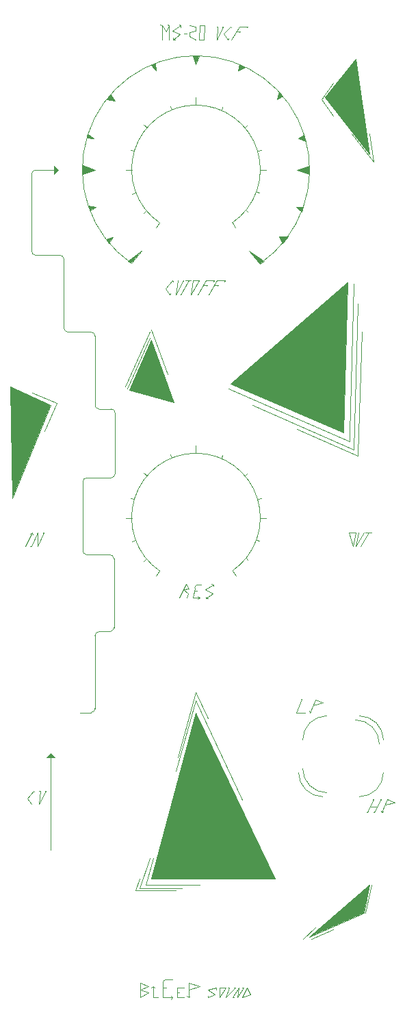
<source format=gto>
G04 #@! TF.GenerationSoftware,KiCad,Pcbnew,(6.0.6)*
G04 #@! TF.CreationDate,2022-11-23T19:00:30+00:00*
G04 #@! TF.ProjectId,MS20-VCF,4d533230-2d56-4434-962e-6b696361645f,rev?*
G04 #@! TF.SameCoordinates,Original*
G04 #@! TF.FileFunction,Legend,Top*
G04 #@! TF.FilePolarity,Positive*
%FSLAX46Y46*%
G04 Gerber Fmt 4.6, Leading zero omitted, Abs format (unit mm)*
G04 Created by KiCad (PCBNEW (6.0.6)) date 2022-11-23 19:00:30*
%MOMM*%
%LPD*%
G01*
G04 APERTURE LIST*
%ADD10C,0.120000*%
%ADD11C,0.100000*%
%ADD12O,6.700000X4.200000*%
G04 APERTURE END LIST*
D10*
X122100000Y-149300000D02*
X121100000Y-148900000D01*
X126900000Y-150500000D02*
X127100000Y-150700000D01*
X131700000Y-149500000D02*
X130900000Y-149500000D01*
X134300000Y-149500000D02*
X134700000Y-150300000D01*
X150700000Y-119400000D02*
G75*
G03*
X147700000Y-116400000I-3000000J0D01*
G01*
X141200000Y-122400000D02*
G75*
G03*
X144200000Y-125400000I3000000J0D01*
G01*
X148200000Y-125900000D02*
G75*
G03*
X151200000Y-122900000I0J3000000D01*
G01*
X140700000Y-122900000D02*
G75*
G03*
X143700000Y-125900000I3000000J0D01*
G01*
X144200000Y-115900000D02*
G75*
G03*
X141200000Y-118900000I0J-3000000D01*
G01*
X151200000Y-118900000D02*
G75*
G03*
X148200000Y-115900000I-3000000J0D01*
G01*
X107700000Y-93300000D02*
X107500000Y-93400000D01*
X115499999Y-77500001D02*
G75*
G03*
X115999999Y-78000001I500001J1D01*
G01*
X114830000Y-53330000D02*
X115580000Y-53050000D01*
X131350000Y-30750000D02*
X130550000Y-32350000D01*
X149550000Y-127100000D02*
X150400000Y-127100000D01*
G36*
X125250000Y-77197320D02*
G01*
X119750000Y-75697320D01*
X122500000Y-69447320D01*
X125250000Y-77197320D01*
G37*
X125250000Y-77197320D02*
X119750000Y-75697320D01*
X122500000Y-69447320D01*
X125250000Y-77197320D01*
X127200000Y-31450000D02*
X127200000Y-31950000D01*
X129250000Y-101400000D02*
X129250000Y-101200000D01*
X110750000Y-77250000D02*
X109250000Y-80750000D01*
X151700000Y-126200000D02*
X152600000Y-126600000D01*
X130150000Y-99700000D02*
X129150000Y-100300000D01*
X149200000Y-127800000D02*
X149100000Y-127800000D01*
X127100000Y-150700000D02*
X127100000Y-150500000D01*
X128450000Y-101300000D02*
X128250000Y-101500000D01*
X131950000Y-32400000D02*
X132050000Y-32250000D01*
X128500000Y-149300000D02*
X127100000Y-149700000D01*
X132500000Y-98000000D02*
X132950000Y-98610000D01*
G36*
X149500000Y-46500000D02*
G01*
X144000000Y-39500000D01*
X147750000Y-34750000D01*
X149500000Y-46500000D01*
G37*
X149500000Y-46500000D02*
X144000000Y-39500000D01*
X147750000Y-34750000D01*
X149500000Y-46500000D01*
X148100000Y-93300000D02*
X147800000Y-95000000D01*
X127625000Y-62150000D02*
X128425000Y-62150000D01*
X126100000Y-30650000D02*
X126100000Y-30850000D01*
X123800000Y-30650000D02*
X123800000Y-32350000D01*
X117500000Y-86500000D02*
X114500000Y-86500000D01*
X135889781Y-60075425D02*
G75*
G03*
X120000000Y-60000000I-7889782J11647508D01*
G01*
X111153553Y-59000000D02*
X108153553Y-59000000D01*
X132500000Y-55000000D02*
G75*
G03*
X123500000Y-55000000I-4500000J6572083D01*
G01*
X125200000Y-32350000D02*
X125400000Y-32350000D01*
X122500000Y-68197320D02*
X124500000Y-73697320D01*
X141450000Y-44350000D02*
X140670000Y-44590000D01*
X110453553Y-48500000D02*
X108153553Y-48500000D01*
X135800000Y-51300000D02*
X135490000Y-51190000D01*
X129150000Y-100300000D02*
X130050000Y-100800000D01*
X124725000Y-63850000D02*
X124825000Y-63750000D01*
X146900000Y-93300000D02*
X147800000Y-93300000D01*
X122720000Y-35400000D02*
X123030000Y-36160000D01*
X133300000Y-149500000D02*
X132500000Y-150700000D01*
X124300000Y-148500000D02*
X125100000Y-148500000D01*
G36*
X141600000Y-44900000D02*
G01*
X140670000Y-44590000D01*
X141350000Y-44150000D01*
X141600000Y-44900000D01*
G37*
X141600000Y-44900000D02*
X140670000Y-44590000D01*
X141350000Y-44150000D01*
X141600000Y-44900000D01*
X112153553Y-68500000D02*
X115000000Y-68500000D01*
X124225000Y-63100000D02*
X124725000Y-63850000D01*
X117100000Y-57300000D02*
X117720000Y-56800000D01*
X117346446Y-105500001D02*
X116000000Y-105500001D01*
X133900000Y-149500000D02*
X133700000Y-149500000D01*
X127200000Y-31950000D02*
X128000000Y-32350000D01*
X125200000Y-32350000D02*
X125200000Y-32150000D01*
X107900000Y-125200000D02*
X107100000Y-126100000D01*
X141200000Y-53300000D02*
X140430000Y-53020000D01*
X117500000Y-86500000D02*
G75*
G03*
X118000000Y-86000000I0J500000D01*
G01*
X150000000Y-126200000D02*
X149900000Y-126200000D01*
X127050000Y-100800000D02*
X126850000Y-101300000D01*
X129325000Y-62800000D02*
X129425000Y-62700000D01*
X133100000Y-150700000D02*
X133900000Y-149500000D01*
X122700000Y-150700000D02*
X123300000Y-150700000D01*
X129225000Y-62150000D02*
X128225000Y-63850000D01*
X128000000Y-34400000D02*
X128000000Y-35400000D01*
X114570000Y-44340000D02*
X115340000Y-44580000D01*
X128450000Y-101300000D02*
X128250000Y-101100000D01*
X147400000Y-95000000D02*
X146900000Y-93300000D01*
X115999999Y-78000001D02*
X117500000Y-78000001D01*
X148000000Y-65000000D02*
X147500000Y-83000000D01*
X124700000Y-30650000D02*
X124500000Y-30550000D01*
X121750000Y-136750000D02*
X128500000Y-136750000D01*
X141100000Y-113800000D02*
X140400000Y-115500000D01*
X125700000Y-149500000D02*
X126500000Y-149500000D01*
X127200000Y-30650000D02*
X128000000Y-30750000D01*
X147500000Y-83000000D02*
X135000000Y-77500000D01*
X134300000Y-149500000D02*
X133700000Y-150700000D01*
X118000000Y-86000000D02*
X118000000Y-78500001D01*
X119900000Y-89000000D02*
X120360000Y-89140000D01*
X107600000Y-95000000D02*
X107500000Y-95000000D01*
X125500000Y-122750000D02*
X128000000Y-114000000D01*
X125775000Y-62150000D02*
X125475000Y-63850000D01*
X127375000Y-63850000D02*
X127625000Y-62150000D01*
X130050000Y-100800000D02*
X129250000Y-101400000D01*
X115000000Y-115500000D02*
G75*
G03*
X115500000Y-115000000I0J500000D01*
G01*
X148000000Y-83500000D02*
X147990000Y-83770000D01*
X120500000Y-137500000D02*
X121000000Y-136000000D01*
X127150000Y-100200000D02*
X126450000Y-100300000D01*
X107600000Y-126800000D02*
X107700000Y-126700000D01*
X108700000Y-125200000D02*
X108600000Y-126800000D01*
X130150000Y-99700000D02*
X130150000Y-99900000D01*
X122700000Y-149300000D02*
X122700000Y-150700000D01*
X149000000Y-93300000D02*
X149700000Y-93300000D01*
G36*
X137750000Y-136000000D02*
G01*
X122500000Y-136000000D01*
X128000000Y-115500000D01*
X137750000Y-136000000D01*
G37*
X137750000Y-136000000D02*
X122500000Y-136000000D01*
X128000000Y-115500000D01*
X137750000Y-136000000D01*
X114000000Y-87000000D02*
X114000000Y-95500000D01*
X121000000Y-137250000D02*
X122250000Y-133500000D01*
X138960000Y-57240000D02*
X138310000Y-56730000D01*
X124700000Y-30650000D02*
X124300000Y-31350000D01*
X142750000Y-142000000D02*
X141250000Y-143500000D01*
X120100000Y-51400000D02*
X120540000Y-51240000D01*
X123900000Y-148900000D02*
X123900000Y-150700000D01*
X134390000Y-42900000D02*
X134040000Y-43220000D01*
X126750000Y-99600000D02*
X127150000Y-100200000D01*
X129225000Y-62150000D02*
X130275000Y-62150000D01*
X131700000Y-150700000D02*
X132900000Y-149500000D01*
X129500000Y-149700000D02*
X130300000Y-150300000D01*
X142250000Y-143500000D02*
X145000000Y-142250000D01*
X124300000Y-31350000D02*
X123800000Y-30650000D01*
X110000000Y-132500000D02*
X110000000Y-121000000D01*
X134430000Y-96640000D02*
X134190000Y-96440000D01*
X115499999Y-77500001D02*
X115499999Y-69000001D01*
X122750000Y-133500000D02*
X121750000Y-136750000D01*
X117846446Y-105000001D02*
X117846446Y-96500001D01*
X128000000Y-83461611D02*
X128000000Y-82500000D01*
X132500000Y-150700000D02*
X132700000Y-150700000D01*
X115500000Y-69000000D02*
G75*
G03*
X115000000Y-68500000I-500000J0D01*
G01*
X124700000Y-30650000D02*
X124700000Y-32350000D01*
X132900000Y-149500000D02*
X132700000Y-149500000D01*
X108400000Y-95000000D02*
X109200000Y-93300000D01*
G36*
X115340000Y-44580000D02*
G01*
X114500000Y-44500000D01*
X114650000Y-44050000D01*
X115340000Y-44580000D01*
G37*
X115340000Y-44580000D02*
X114500000Y-44500000D01*
X114650000Y-44050000D01*
X115340000Y-44580000D01*
X127100000Y-150700000D02*
X127300000Y-150500000D01*
G36*
X138750000Y-57500000D02*
G01*
X138310000Y-56730000D01*
X139350000Y-56700000D01*
X138750000Y-57500000D01*
G37*
X138750000Y-57500000D02*
X138310000Y-56730000D01*
X139350000Y-56700000D01*
X138750000Y-57500000D01*
X126750000Y-99600000D02*
X125950000Y-101300000D01*
X150000000Y-126200000D02*
X149200000Y-127800000D01*
X123500000Y-55000000D02*
X123040000Y-55590000D01*
X120100000Y-94400000D02*
X120540000Y-94240000D01*
X115500000Y-106000001D02*
X115500000Y-115000000D01*
X134430000Y-53640000D02*
X134190000Y-53440000D01*
X149500000Y-44000000D02*
X150000000Y-47500000D01*
X125500000Y-137500000D02*
X120500000Y-137500000D01*
X151000000Y-127800000D02*
X150900000Y-127600000D01*
X125075000Y-62150000D02*
X125175000Y-62250000D01*
X122250000Y-68447320D02*
X119250000Y-75197320D01*
X133375000Y-31450000D02*
X133475000Y-31350000D01*
X121500000Y-96800000D02*
X121850000Y-96510000D01*
X119290000Y-48500000D02*
X120061612Y-48500000D01*
X131300000Y-40700000D02*
X131140000Y-41080000D01*
X108400000Y-93300000D02*
X108400000Y-95000000D01*
X119900000Y-46000000D02*
X120360000Y-46140000D01*
X114000000Y-95500000D02*
G75*
G03*
X114500000Y-96000000I500000J0D01*
G01*
G36*
X142050000Y-49000000D02*
G01*
X140500000Y-48500000D01*
X142050000Y-47950000D01*
X142050000Y-49000000D01*
G37*
X142050000Y-49000000D02*
X140500000Y-48500000D01*
X142050000Y-47950000D01*
X142050000Y-49000000D01*
X136100000Y-46000000D02*
X135640000Y-46140000D01*
X150000000Y-47500000D02*
X147250000Y-44000000D01*
X130650000Y-30750000D02*
X130550000Y-30750000D01*
X117999999Y-78500001D02*
G75*
G03*
X117500000Y-78000001I-499999J1D01*
G01*
X122700000Y-149300000D02*
X122900000Y-149500000D01*
X121100000Y-148900000D02*
X121100000Y-150700000D01*
X121100000Y-150700000D02*
X122100000Y-150100000D01*
X131450000Y-31650000D02*
X131950000Y-32400000D01*
X107653600Y-58500000D02*
G75*
G03*
X108153553Y-59000000I500000J0D01*
G01*
X107700000Y-93300000D02*
X107800000Y-93500000D01*
G36*
X123030000Y-36160000D02*
G01*
X122500000Y-35500000D01*
X122950000Y-35300000D01*
X123030000Y-36160000D01*
G37*
X123030000Y-36160000D02*
X122500000Y-35500000D01*
X122950000Y-35300000D01*
X123030000Y-36160000D01*
X111653600Y-59500000D02*
G75*
G03*
X111153553Y-59000000I-500000J0D01*
G01*
G36*
X138700000Y-39300000D02*
G01*
X138000000Y-39730000D01*
X138250000Y-38850000D01*
X138700000Y-39300000D01*
G37*
X138700000Y-39300000D02*
X138000000Y-39730000D01*
X138250000Y-38850000D01*
X138700000Y-39300000D01*
X108153553Y-48499953D02*
G75*
G03*
X107653553Y-49000000I47J-500047D01*
G01*
X133350000Y-30750000D02*
X134400000Y-30750000D01*
X147800000Y-95000000D02*
X148800000Y-93300000D01*
X131350000Y-30750000D02*
X131250000Y-30750000D01*
X130650000Y-30750000D02*
X130550000Y-32350000D01*
X150900000Y-126200000D02*
X150800000Y-126200000D01*
X119290000Y-91500000D02*
X120061612Y-91500000D01*
X148500000Y-68500000D02*
X148000000Y-83500000D01*
X124300000Y-148500000D02*
G75*
G03*
X123900000Y-148900000I0J-400000D01*
G01*
X125750000Y-121000000D02*
X128000000Y-113000000D01*
G36*
X117980000Y-39890000D02*
G01*
X116950000Y-39750000D01*
X117450000Y-39150000D01*
X117980000Y-39890000D01*
G37*
X117980000Y-39890000D02*
X116950000Y-39750000D01*
X117450000Y-39150000D01*
X117980000Y-39890000D01*
X125700000Y-150700000D02*
X126500000Y-150700000D01*
X127650000Y-101300000D02*
X128350000Y-101300000D01*
X142100000Y-115500000D02*
X142000000Y-115300000D01*
X129500000Y-150700000D02*
X129500000Y-150500000D01*
X147000000Y-82000000D02*
X132000000Y-75500000D01*
X114500000Y-96000000D02*
X117346447Y-96000000D01*
X142050000Y-48500000D02*
X140500000Y-48500000D01*
X130262500Y-62700000D02*
X130787500Y-62700000D01*
X132100000Y-149500000D02*
X131900000Y-149500000D01*
X130687500Y-62800000D02*
X130787500Y-62700000D01*
X134300000Y-30850000D02*
X134400000Y-30750000D01*
X125700000Y-149500000D02*
X125700000Y-150700000D01*
X123500000Y-98000000D02*
X123040000Y-98590000D01*
X133050000Y-31350000D02*
X133475000Y-31350000D01*
X123900000Y-150700000D02*
X125100000Y-150700000D01*
X150100000Y-127800000D02*
X150000000Y-127800000D01*
X152600000Y-126600000D02*
X151400000Y-126900000D01*
X126250000Y-137250000D02*
X121000000Y-137250000D01*
X130300000Y-150300000D02*
X129500000Y-150700000D01*
X107900000Y-125200000D02*
X108000000Y-125300000D01*
X143700000Y-114300000D02*
X142500000Y-114600000D01*
X122700000Y-149300000D02*
X122500000Y-149500000D01*
X138600000Y-39190000D02*
X138000000Y-39730000D01*
X107100000Y-126100000D02*
X107600000Y-126800000D01*
G36*
X134050000Y-35750000D02*
G01*
X133190000Y-36240000D01*
X133350000Y-35450000D01*
X134050000Y-35750000D01*
G37*
X134050000Y-35750000D02*
X133190000Y-36240000D01*
X133350000Y-35450000D01*
X134050000Y-35750000D01*
X141100000Y-113800000D02*
X141000000Y-113800000D01*
X131300000Y-83700000D02*
X131140000Y-84080000D01*
X117346446Y-105500046D02*
G75*
G03*
X117846446Y-105000001I-46J500046D01*
G01*
X127100000Y-148900000D02*
X127100000Y-150700000D01*
X132500000Y-55000000D02*
X132910000Y-55600000D01*
X125075000Y-62150000D02*
X124225000Y-63100000D01*
X133500000Y-35500000D02*
X133190000Y-36240000D01*
X125475000Y-63850000D02*
X126475000Y-62150000D01*
G36*
X136400000Y-59700000D02*
G01*
X135889781Y-60075425D01*
X134600000Y-58500000D01*
X136400000Y-59700000D01*
G37*
X136400000Y-59700000D02*
X135889781Y-60075425D01*
X134600000Y-58500000D01*
X136400000Y-59700000D01*
X132500000Y-98000000D02*
G75*
G03*
X123500000Y-98000000I-4500000J6572083D01*
G01*
X129100000Y-30650000D02*
X129000000Y-32350000D01*
X140500000Y-80500000D02*
X147990000Y-83770000D01*
X125700000Y-150100000D02*
X125900000Y-150100000D01*
X130900000Y-149500000D02*
X130900000Y-150700000D01*
X114500000Y-86500000D02*
G75*
G03*
X114000000Y-87000000I0J-500000D01*
G01*
X126000000Y-31750000D02*
X125200000Y-32350000D01*
X117846400Y-96500000D02*
G75*
G03*
X117346447Y-96000000I-500000J0D01*
G01*
X130150000Y-99700000D02*
X129950000Y-99600000D01*
X109400000Y-125200000D02*
X109300000Y-125200000D01*
G36*
X148750000Y-140250000D02*
G01*
X142000000Y-143250000D01*
X149500000Y-136750000D01*
X148750000Y-140250000D01*
G37*
X148750000Y-140250000D02*
X142000000Y-143250000D01*
X149500000Y-136750000D01*
X148750000Y-140250000D01*
X134600000Y-58500000D02*
X135889781Y-60075425D01*
X128000000Y-31250000D02*
X127200000Y-31450000D01*
X140400000Y-115500000D02*
X141500000Y-115500000D01*
D11*
G36*
X110953553Y-48500000D02*
G01*
X110453553Y-49000000D01*
X110453553Y-48000000D01*
X110953553Y-48500000D01*
G37*
X110953553Y-48500000D02*
X110453553Y-49000000D01*
X110453553Y-48000000D01*
X110953553Y-48500000D01*
D10*
G36*
X141250000Y-53050000D02*
G01*
X141050000Y-53650000D01*
X140430000Y-53020000D01*
X141250000Y-53050000D01*
G37*
X141250000Y-53050000D02*
X141050000Y-53650000D01*
X140430000Y-53020000D01*
X141250000Y-53050000D01*
X127100000Y-148900000D02*
X128500000Y-149300000D01*
X127850000Y-100500000D02*
X128150000Y-100500000D01*
X126100000Y-30650000D02*
X125100000Y-31250000D01*
X121500000Y-42900000D02*
X121910000Y-43250000D01*
X127075000Y-62150000D02*
X126075000Y-63850000D01*
X147800000Y-93300000D02*
X147400000Y-95000000D01*
X135944194Y-48500000D02*
X136715806Y-48500000D01*
X124800000Y-40600000D02*
X124990000Y-41050000D01*
X128000000Y-30750000D02*
X128000000Y-31250000D01*
X128000000Y-113000000D02*
X129500000Y-116250000D01*
X126675000Y-62150000D02*
X127375000Y-62150000D01*
X128250000Y-99700000D02*
X128650000Y-99700000D01*
X126500000Y-31650000D02*
X126900000Y-31650000D01*
X135944194Y-91500000D02*
X136715806Y-91500000D01*
X130500000Y-149500000D02*
X129500000Y-149700000D01*
X131537500Y-62250000D02*
X131637500Y-62150000D01*
X128900000Y-62700000D02*
X129425000Y-62700000D01*
X129250000Y-101400000D02*
X129450000Y-101400000D01*
X127850000Y-100100000D02*
X127650000Y-101300000D01*
X107600000Y-95000000D02*
X108400000Y-93300000D01*
X130500000Y-149500000D02*
X130500000Y-149700000D01*
G36*
X115630000Y-53050000D02*
G01*
X114900000Y-53450000D01*
X114700000Y-52850000D01*
X115630000Y-53050000D01*
G37*
X115630000Y-53050000D02*
X114900000Y-53450000D01*
X114700000Y-52850000D01*
X115630000Y-53050000D01*
G36*
X117250000Y-57500000D02*
G01*
X116850000Y-57000000D01*
X117720000Y-56800000D01*
X117250000Y-57500000D01*
G37*
X117250000Y-57500000D02*
X116850000Y-57000000D01*
X117720000Y-56800000D01*
X117250000Y-57500000D01*
X128000000Y-40461611D02*
X128000000Y-39500000D01*
G36*
X110000000Y-77500000D02*
G01*
X105250000Y-89000000D01*
X105000000Y-75250000D01*
X110000000Y-77500000D01*
G37*
X110000000Y-77500000D02*
X105250000Y-89000000D01*
X105000000Y-75250000D01*
X110000000Y-77500000D01*
D11*
G36*
X110500000Y-121000000D02*
G01*
X109500000Y-121000000D01*
X110000000Y-120500000D01*
X110500000Y-121000000D01*
G37*
X110500000Y-121000000D02*
X109500000Y-121000000D01*
X110000000Y-120500000D01*
X110500000Y-121000000D01*
D10*
X149750000Y-136750000D02*
X149000000Y-140250000D01*
X128500000Y-30650000D02*
X129100000Y-30650000D01*
X132250000Y-30750000D02*
X132350000Y-30850000D01*
X125100000Y-31250000D02*
X126000000Y-31750000D01*
X107750000Y-76000000D02*
X110750000Y-77250000D01*
X134390000Y-85900000D02*
X134040000Y-86220000D01*
X115000000Y-115500000D02*
X113653554Y-115500000D01*
X135800000Y-94300000D02*
X135490000Y-94190000D01*
X147500000Y-62500000D02*
X147000000Y-81000000D01*
G36*
X115500000Y-48500000D02*
G01*
X113950000Y-49000000D01*
X113950000Y-47900000D01*
X115500000Y-48500000D01*
G37*
X115500000Y-48500000D02*
X113950000Y-49000000D01*
X113950000Y-47900000D01*
X115500000Y-48500000D01*
X128400000Y-32350000D02*
X128500000Y-30650000D01*
X107653553Y-49000000D02*
X107653553Y-58500000D01*
X133350000Y-30750000D02*
X132350000Y-32400000D01*
X149400000Y-93300000D02*
X148400000Y-95000000D01*
G36*
X146258621Y-80896552D02*
G01*
X132258621Y-74896552D01*
X146758621Y-62396552D01*
X146258621Y-80896552D01*
G37*
X146258621Y-80896552D02*
X132258621Y-74896552D01*
X146758621Y-62396552D01*
X146258621Y-80896552D01*
X113950000Y-48500000D02*
X115500000Y-48500000D01*
X132250000Y-30750000D02*
X131450000Y-31650000D01*
X132100000Y-149500000D02*
X131700000Y-150700000D01*
X151700000Y-126200000D02*
X151000000Y-127800000D01*
X121500000Y-53800000D02*
X121850000Y-53510000D01*
G36*
X128000000Y-35400000D02*
G01*
X127600000Y-34400000D01*
X128350000Y-34400000D01*
X128000000Y-35400000D01*
G37*
X128000000Y-35400000D02*
X127600000Y-34400000D01*
X128350000Y-34400000D01*
X128000000Y-35400000D01*
X121500000Y-85900000D02*
X121910000Y-86250000D01*
X120000000Y-60000000D02*
X121300000Y-58500000D01*
X125100000Y-150700000D02*
X124900000Y-150500000D01*
X126100000Y-30650000D02*
X125900000Y-30550000D01*
G36*
X120000000Y-60000000D02*
G01*
X119600000Y-59700000D01*
X121300000Y-58500000D01*
X120000000Y-60000000D01*
G37*
X120000000Y-60000000D02*
X119600000Y-59700000D01*
X121300000Y-58500000D01*
X120000000Y-60000000D01*
X147000000Y-81000000D02*
X147000000Y-82000000D01*
X122100000Y-150100000D02*
X121100000Y-149700000D01*
X117300000Y-39300000D02*
X117980000Y-39890000D01*
X109400000Y-125200000D02*
X108600000Y-126800000D01*
X116000000Y-105500000D02*
G75*
G03*
X115500000Y-106000001I0J-500000D01*
G01*
X142300000Y-115400000D02*
X142100000Y-115500000D01*
X151200000Y-127700000D02*
X151000000Y-127800000D01*
X125100000Y-150700000D02*
X124900000Y-150900000D01*
X142800000Y-113900000D02*
X143700000Y-114300000D01*
X123800000Y-30650000D02*
X123600000Y-30550000D01*
X150900000Y-126200000D02*
X150100000Y-127800000D01*
X143500000Y-39750000D02*
X145000000Y-41750000D01*
X123900000Y-149500000D02*
X124300000Y-149500000D01*
X133700000Y-150700000D02*
X134700000Y-150300000D01*
X130587500Y-62150000D02*
X131637500Y-62150000D01*
X111653553Y-59500000D02*
X111653553Y-68000000D01*
X145000000Y-37750000D02*
X143500000Y-39750000D01*
X129000000Y-32350000D02*
X128400000Y-32350000D01*
X126450000Y-100300000D02*
X127050000Y-100800000D01*
X128250000Y-99700000D02*
G75*
G03*
X127850000Y-100100000I0J-400000D01*
G01*
X136100000Y-89000000D02*
X135640000Y-89140000D01*
X133300000Y-149500000D02*
X133100000Y-150700000D01*
X122250000Y-69197320D02*
X119500000Y-75447320D01*
X130175000Y-62250000D02*
X130275000Y-62150000D01*
X111653600Y-68000000D02*
G75*
G03*
X112153553Y-68500000I500000J0D01*
G01*
X124800000Y-83600000D02*
X124990000Y-84050000D01*
X121100000Y-149700000D02*
X122100000Y-149300000D01*
X142800000Y-113900000D02*
X142100000Y-115500000D01*
X106900000Y-95000000D02*
X107700000Y-93300000D01*
X109200000Y-93300000D02*
X109100000Y-93300000D01*
X128425000Y-62150000D02*
X127375000Y-63850000D01*
X130900000Y-150700000D02*
X131700000Y-149500000D01*
X108700000Y-125200000D02*
X108600000Y-125200000D01*
X128000000Y-114000000D02*
X133750000Y-126250000D01*
X130587500Y-62150000D02*
X129587500Y-63850000D01*
%LPC*%
D12*
X111000000Y-30000000D03*
X145000000Y-30000000D03*
X145000000Y-152500000D03*
X111000000Y-152500000D03*
M02*

</source>
